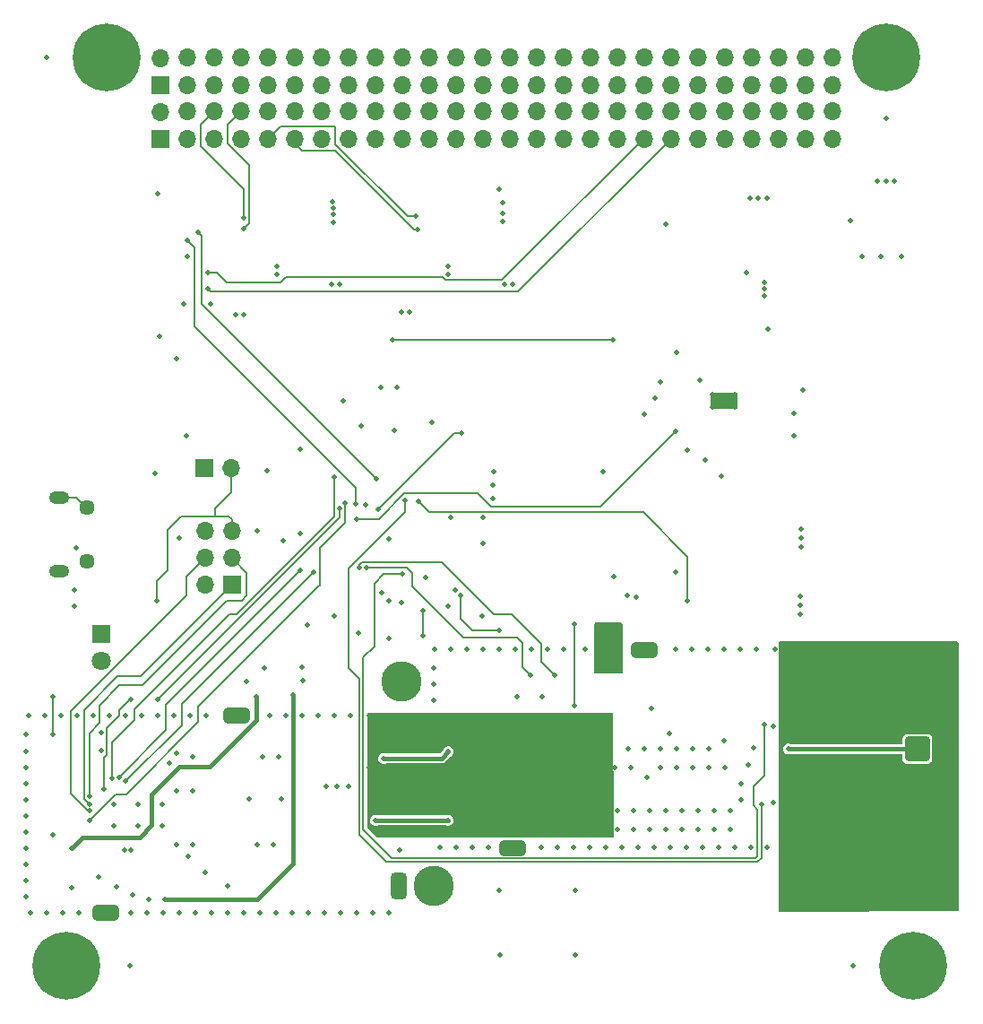
<source format=gbr>
%TF.GenerationSoftware,KiCad,Pcbnew,8.0.2*%
%TF.CreationDate,2024-06-04T21:53:01-04:00*%
%TF.ProjectId,SilverSat_Comms,53696c76-6572-4536-9174-5f436f6d6d73,1.0 Beta*%
%TF.SameCoordinates,Original*%
%TF.FileFunction,Copper,L4,Bot*%
%TF.FilePolarity,Positive*%
%FSLAX46Y46*%
G04 Gerber Fmt 4.6, Leading zero omitted, Abs format (unit mm)*
G04 Created by KiCad (PCBNEW 8.0.2) date 2024-06-04 21:53:01*
%MOMM*%
%LPD*%
G01*
G04 APERTURE LIST*
G04 Aperture macros list*
%AMRoundRect*
0 Rectangle with rounded corners*
0 $1 Rounding radius*
0 $2 $3 $4 $5 $6 $7 $8 $9 X,Y pos of 4 corners*
0 Add a 4 corners polygon primitive as box body*
4,1,4,$2,$3,$4,$5,$6,$7,$8,$9,$2,$3,0*
0 Add four circle primitives for the rounded corners*
1,1,$1+$1,$2,$3*
1,1,$1+$1,$4,$5*
1,1,$1+$1,$6,$7*
1,1,$1+$1,$8,$9*
0 Add four rect primitives between the rounded corners*
20,1,$1+$1,$2,$3,$4,$5,0*
20,1,$1+$1,$4,$5,$6,$7,0*
20,1,$1+$1,$6,$7,$8,$9,0*
20,1,$1+$1,$8,$9,$2,$3,0*%
G04 Aperture macros list end*
%TA.AperFunction,ComponentPad*%
%ADD10R,1.800000X1.800000*%
%TD*%
%TA.AperFunction,ComponentPad*%
%ADD11C,1.800000*%
%TD*%
%TA.AperFunction,ComponentPad*%
%ADD12C,2.600000*%
%TD*%
%TA.AperFunction,ConnectorPad*%
%ADD13C,3.800000*%
%TD*%
%TA.AperFunction,ComponentPad*%
%ADD14C,3.600000*%
%TD*%
%TA.AperFunction,ConnectorPad*%
%ADD15C,6.400000*%
%TD*%
%TA.AperFunction,ComponentPad*%
%ADD16R,1.700000X1.700000*%
%TD*%
%TA.AperFunction,ComponentPad*%
%ADD17O,1.700000X1.700000*%
%TD*%
%TA.AperFunction,HeatsinkPad*%
%ADD18C,0.500000*%
%TD*%
%TA.AperFunction,HeatsinkPad*%
%ADD19R,2.650000X1.650000*%
%TD*%
%TA.AperFunction,ComponentPad*%
%ADD20RoundRect,0.375000X-0.875000X-0.375000X0.875000X-0.375000X0.875000X0.375000X-0.875000X0.375000X0*%
%TD*%
%TA.AperFunction,ComponentPad*%
%ADD21RoundRect,0.375000X0.375000X-0.875000X0.375000X0.875000X-0.375000X0.875000X-0.375000X-0.875000X0*%
%TD*%
%TA.AperFunction,ComponentPad*%
%ADD22RoundRect,0.200100X-0.949900X-0.949900X0.949900X-0.949900X0.949900X0.949900X-0.949900X0.949900X0*%
%TD*%
%TA.AperFunction,ComponentPad*%
%ADD23C,2.500000*%
%TD*%
%TA.AperFunction,ComponentPad*%
%ADD24O,1.900000X1.200000*%
%TD*%
%TA.AperFunction,ComponentPad*%
%ADD25C,1.450000*%
%TD*%
%TA.AperFunction,ViaPad*%
%ADD26C,0.508000*%
%TD*%
%TA.AperFunction,Conductor*%
%ADD27C,0.203200*%
%TD*%
%TA.AperFunction,Conductor*%
%ADD28C,0.412683*%
%TD*%
G04 APERTURE END LIST*
D10*
%TO.P,D1,1,K*%
%TO.N,GND*%
X113823000Y-112796000D03*
D11*
%TO.P,D1,2,A*%
%TO.N,Net-(D1-A)*%
X113823000Y-115336000D03*
%TD*%
D12*
%TO.P,H10,1,1*%
%TO.N,GND*%
X183642000Y-136652000D03*
D13*
X183642000Y-136652000D03*
%TD*%
D14*
%TO.P,H3,1,1*%
%TO.N,Net-(H3-Pad1)*%
X110490000Y-144150000D03*
D15*
X110490000Y-144150000D03*
%TD*%
D14*
%TO.P,H6,1,1*%
%TO.N,Net-(H6-Pad1)*%
X190500000Y-144150000D03*
D15*
X190500000Y-144150000D03*
%TD*%
D16*
%TO.P,H2,1,Pin_1*%
%TO.N,unconnected-(H2-Pin_1-Pad1)*%
X119380000Y-60970008D03*
D17*
%TO.P,H2,2,Pin_2*%
%TO.N,unconnected-(H2-Pin_2-Pad2)*%
X119380000Y-58430008D03*
%TO.P,H2,3,Pin_3*%
%TO.N,/Out1 (EPS)*%
X121920000Y-60970008D03*
%TO.P,H2,4,Pin_4*%
%TO.N,/Out2 (EPS)*%
X121920000Y-58420008D03*
%TO.P,H2,5,Pin_5*%
%TO.N,/Out3 (EPS)*%
X124460000Y-60970008D03*
%TO.P,H2,6,Pin_6*%
%TO.N,/Out4 (EPS)*%
X124460000Y-58420008D03*
%TO.P,H2,7,Pin_7*%
%TO.N,/Out5 (EPS)*%
X127000000Y-60970008D03*
%TO.P,H2,8,Pin_8*%
%TO.N,/Out6 (EPS)*%
X127000000Y-58420008D03*
%TO.P,H2,9,Pin_9*%
%TO.N,/SHUTDOWN_A*%
X129540000Y-60970008D03*
%TO.P,H2,10,Pin_10*%
%TO.N,/STATES_A*%
X129540000Y-58420008D03*
%TO.P,H2,11,Pin_11*%
%TO.N,/SHUTDOWN_B*%
X132080000Y-60970008D03*
%TO.P,H2,12,Pin_12*%
%TO.N,/EPS_0*%
X132080000Y-58420008D03*
%TO.P,H2,13,Pin_13*%
%TO.N,/SHUTDOWN_C*%
X134620000Y-60970008D03*
%TO.P,H2,14,Pin_14*%
%TO.N,/EPS_1*%
X134620000Y-58420008D03*
%TO.P,H2,15,Pin_15*%
%TO.N,GND*%
X137160000Y-60970008D03*
%TO.P,H2,16,Pin_16*%
%TO.N,/PAYLOAD_ON_A*%
X137160000Y-58420008D03*
%TO.P,H2,17,Pin_17*%
%TO.N,/PAYLOAD_OC*%
X139700000Y-60970008D03*
%TO.P,H2,18,Pin_18*%
%TO.N,/PAYLOAD_ON_B*%
X139700000Y-58420008D03*
%TO.P,H2,19,Pin_19*%
%TO.N,unconnected-(H2-Pin_19-Pad19)*%
X142240000Y-60970008D03*
%TO.P,H2,20,Pin_20*%
%TO.N,/PAYLOAD_ON_C*%
X142240000Y-58420008D03*
%TO.P,H2,21,Pin_21*%
%TO.N,unconnected-(H2-Pin_21-Pad21)*%
X144780000Y-60970008D03*
%TO.P,H2,22,Pin_22*%
%TO.N,/STATES_B*%
X144780000Y-58420008D03*
%TO.P,H2,23,Pin_23*%
%TO.N,unconnected-(H2-Pin_23-Pad23)*%
X147320000Y-60970008D03*
%TO.P,H2,24,Pin_24*%
%TO.N,/STATES_C*%
X147320000Y-58420008D03*
%TO.P,H2,25,Pin_25*%
%TO.N,+5V*%
X149860000Y-60970008D03*
%TO.P,H2,26,Pin_26*%
X149860000Y-58420008D03*
%TO.P,H2,27,Pin_27*%
%TO.N,+3V3*%
X152400000Y-60970008D03*
%TO.P,H2,28,Pin_28*%
X152400000Y-58420008D03*
%TO.P,H2,29,Pin_29*%
%TO.N,GND*%
X154940000Y-60970008D03*
%TO.P,H2,30,Pin_30*%
X154940000Y-58420008D03*
%TO.P,H2,31,Pin_31*%
X157480000Y-60970008D03*
%TO.P,H2,32,Pin_32*%
X157480000Y-58420008D03*
%TO.P,H2,33,Pin_33*%
%TO.N,unconnected-(H2-Pin_33-Pad33)*%
X160020000Y-60970008D03*
%TO.P,H2,34,Pin_34*%
%TO.N,unconnected-(H2-Pin_34-Pad34)*%
X160020000Y-58420008D03*
%TO.P,H2,35,Pin_35*%
%TO.N,unconnected-(H2-Pin_35-Pad35)*%
X162560000Y-60970008D03*
%TO.P,H2,36,Pin_36*%
%TO.N,unconnected-(H2-Pin_36-Pad36)*%
X162560000Y-58420008D03*
%TO.P,H2,37,Pin_37*%
%TO.N,unconnected-(H2-Pin_37-Pad37)*%
X165100000Y-60970008D03*
%TO.P,H2,38,Pin_38*%
%TO.N,unconnected-(H2-Pin_38-Pad38)*%
X165100000Y-58420008D03*
%TO.P,H2,39,Pin_39*%
%TO.N,unconnected-(H2-Pin_39-Pad39)*%
X167640000Y-60970008D03*
%TO.P,H2,40,Pin_40*%
%TO.N,unconnected-(H2-Pin_40-Pad40)*%
X167640000Y-58420008D03*
%TO.P,H2,41,Pin_41*%
%TO.N,/BCR_Out*%
X170180000Y-60970008D03*
%TO.P,H2,42,Pin_42*%
X170180000Y-58420008D03*
%TO.P,H2,43,Pin_43*%
X172720000Y-60970008D03*
%TO.P,H2,44,Pin_44*%
X172720000Y-58420008D03*
%TO.P,H2,45,Pin_45*%
%TO.N,/BattRaw*%
X175260000Y-60970008D03*
%TO.P,H2,46,Pin_46*%
X175260000Y-58420008D03*
%TO.P,H2,47,Pin_47*%
%TO.N,unconnected-(H2-Pin_47-Pad47)*%
X177800000Y-60970008D03*
%TO.P,H2,48,Pin_48*%
%TO.N,unconnected-(H2-Pin_48-Pad48)*%
X177800000Y-58420008D03*
%TO.P,H2,49,Pin_49*%
%TO.N,unconnected-(H2-Pin_49-Pad49)*%
X180340000Y-60970008D03*
%TO.P,H2,50,Pin_50*%
%TO.N,unconnected-(H2-Pin_50-Pad50)*%
X180340000Y-58420008D03*
%TO.P,H2,51,Pin_51*%
%TO.N,unconnected-(H2-Pin_51-Pad51)*%
X182880000Y-60970008D03*
%TO.P,H2,52,Pin_52*%
%TO.N,unconnected-(H2-Pin_52-Pad52)*%
X182880000Y-58420008D03*
%TD*%
D12*
%TO.P,H9,1,1*%
%TO.N,GND*%
X142113000Y-117348000D03*
D13*
X142113000Y-117348000D03*
%TD*%
D14*
%TO.P,H4,1,1*%
%TO.N,Net-(H4-Pad1)*%
X114300000Y-58420000D03*
D15*
X114300000Y-58420000D03*
%TD*%
D12*
%TO.P,H8,1,1*%
%TO.N,GND*%
X145161000Y-136652000D03*
D13*
X145161000Y-136652000D03*
%TD*%
D16*
%TO.P,J6,1,Pin_1*%
%TO.N,GND*%
X123485000Y-97125000D03*
D17*
%TO.P,J6,2,Pin_2*%
%TO.N,/~{RESET}*%
X126025000Y-97125000D03*
%TD*%
D16*
%TO.P,J5,1,Pin_1*%
%TO.N,/MISO*%
X126106000Y-108204000D03*
D17*
%TO.P,J5,2,Pin_2*%
%TO.N,/3V3_Protected*%
X123566000Y-108204000D03*
%TO.P,J5,3,Pin_3*%
%TO.N,/SCK*%
X126106000Y-105664000D03*
%TO.P,J5,4,Pin_4*%
%TO.N,/MOSI*%
X123566000Y-105664000D03*
%TO.P,J5,5,Pin_5*%
%TO.N,/~{RESET}*%
X126106000Y-103124000D03*
%TO.P,J5,6,Pin_6*%
%TO.N,GND*%
X123566000Y-103124000D03*
%TD*%
D18*
%TO.P,U6,21,EP*%
%TO.N,GND*%
X171528000Y-91405400D03*
X173678000Y-91405400D03*
D19*
X172603000Y-90830400D03*
D18*
X171528000Y-90255400D03*
X173678000Y-90255400D03*
%TD*%
D12*
%TO.P,H7,1,1*%
%TO.N,GND*%
X183642000Y-117348000D03*
D13*
X183642000Y-117348000D03*
%TD*%
D20*
%TO.P,S3,1,SHIELD*%
%TO.N,GND*%
X152682107Y-133018835D03*
X165082107Y-114318835D03*
D21*
X180382107Y-130418835D03*
%TD*%
D22*
%TO.P,J2,1,In*%
%TO.N,/RF*%
X190881000Y-123698000D03*
D23*
%TO.P,J2,2,Ext*%
%TO.N,GND*%
X188341000Y-121158000D03*
X188341000Y-126238000D03*
X193421000Y-121158000D03*
X193421000Y-126238000D03*
%TD*%
D24*
%TO.P,J1,6,Shield*%
%TO.N,Net-(J1-Shield)*%
X109760500Y-99924990D03*
D25*
X112460500Y-100924990D03*
X112460500Y-105924990D03*
D24*
X109760500Y-106924990D03*
%TD*%
D16*
%TO.P,H1,1,Pin_1*%
%TO.N,unconnected-(H1-Pin_1-Pad1)*%
X119380000Y-66050008D03*
D17*
%TO.P,H1,2,Pin_2*%
%TO.N,unconnected-(H1-Pin_2-Pad2)*%
X119380000Y-63510008D03*
%TO.P,H1,3,Pin_3*%
%TO.N,GND*%
X121920000Y-66050008D03*
%TO.P,H1,4,Pin_4*%
%TO.N,unconnected-(H1-Pin_4-Pad4)*%
X121920000Y-63500008D03*
%TO.P,H1,5,Pin_5*%
%TO.N,/PAYLOAD_RXD+*%
X124460000Y-66050008D03*
%TO.P,H1,6,Pin_6*%
%TO.N,/PAYLOAD_TXD+*%
X124460000Y-63500008D03*
%TO.P,H1,7,Pin_7*%
%TO.N,/PAYLOAD_RXD-*%
X127000000Y-66050008D03*
%TO.P,H1,8,Pin_8*%
%TO.N,/PAYLOAD_TXD-*%
X127000000Y-63500008D03*
%TO.P,H1,9,Pin_9*%
%TO.N,/RADIO_TXD+*%
X129540000Y-66050008D03*
%TO.P,H1,10,Pin_10*%
%TO.N,/RADIO_RXD+*%
X129540000Y-63500008D03*
%TO.P,H1,11,Pin_11*%
%TO.N,/RADIO_TXD-*%
X132080000Y-66050008D03*
%TO.P,H1,12,Pin_12*%
%TO.N,/RADIO_RXD-*%
X132080000Y-63500008D03*
%TO.P,H1,13,Pin_13*%
%TO.N,GND*%
X134620000Y-66050008D03*
%TO.P,H1,14,Pin_14*%
%TO.N,unconnected-(H1-Pin_14-Pad14)*%
X134620000Y-63500008D03*
%TO.P,H1,15,Pin_15*%
%TO.N,unconnected-(H1-Pin_15-Pad15)*%
X137160000Y-66050008D03*
%TO.P,H1,16,Pin_16*%
%TO.N,unconnected-(H1-Pin_16-Pad16)*%
X137160000Y-63500008D03*
%TO.P,H1,17,Pin_17*%
%TO.N,unconnected-(H1-Pin_17-Pad17)*%
X139700000Y-66050008D03*
%TO.P,H1,18,Pin_18*%
%TO.N,unconnected-(H1-Pin_18-Pad18)*%
X139700000Y-63500008D03*
%TO.P,H1,19,Pin_19*%
%TO.N,unconnected-(H1-Pin_19-Pad19)*%
X142240000Y-66050008D03*
%TO.P,H1,20,Pin_20*%
%TO.N,unconnected-(H1-Pin_20-Pad20)*%
X142240000Y-63500008D03*
%TO.P,H1,21,Pin_21*%
%TO.N,unconnected-(H1-Pin_21-Pad21)*%
X144780000Y-66050008D03*
%TO.P,H1,22,Pin_22*%
%TO.N,/RS485_B*%
X144780000Y-63500008D03*
%TO.P,H1,23,Pin_23*%
%TO.N,unconnected-(H1-Pin_23-Pad23)*%
X147320000Y-66050008D03*
%TO.P,H1,24,Pin_24*%
%TO.N,/RS485_A*%
X147320000Y-63500008D03*
%TO.P,H1,25,Pin_25*%
%TO.N,unconnected-(H1-Pin_25-Pad25)*%
X149860000Y-66050008D03*
%TO.P,H1,26,Pin_26*%
%TO.N,unconnected-(H1-Pin_26-Pad26)*%
X149860000Y-63500008D03*
%TO.P,H1,27,Pin_27*%
%TO.N,unconnected-(H1-Pin_27-Pad27)*%
X152400000Y-66050008D03*
%TO.P,H1,28,Pin_28*%
%TO.N,/EPS_RESET*%
X152400000Y-63500008D03*
%TO.P,H1,29,Pin_29*%
%TO.N,unconnected-(H1-Pin_29-Pad29)*%
X154940000Y-66050008D03*
%TO.P,H1,30,Pin_30*%
%TO.N,/V_RTC*%
X154940000Y-63500008D03*
%TO.P,H1,31,Pin_31*%
%TO.N,unconnected-(H1-Pin_31-Pad31)*%
X157480000Y-66050008D03*
%TO.P,H1,32,Pin_32*%
%TO.N,/EPS_5V_USB*%
X157480000Y-63500008D03*
%TO.P,H1,33,Pin_33*%
%TO.N,unconnected-(H1-Pin_33-Pad33)*%
X160020000Y-66050008D03*
%TO.P,H1,34,Pin_34*%
%TO.N,unconnected-(H1-Pin_34-Pad34)*%
X160020000Y-63500008D03*
%TO.P,H1,35,Pin_35*%
%TO.N,unconnected-(H1-Pin_35-Pad35)*%
X162560000Y-66050008D03*
%TO.P,H1,36,Pin_36*%
%TO.N,unconnected-(H1-Pin_36-Pad36)*%
X162560000Y-63500008D03*
%TO.P,H1,37,Pin_37*%
%TO.N,/Radio_SDA*%
X165100000Y-66050008D03*
%TO.P,H1,38,Pin_38*%
%TO.N,GND*%
X165100000Y-63500008D03*
%TO.P,H1,39,Pin_39*%
%TO.N,/Radio_SCLK*%
X167640000Y-66050008D03*
%TO.P,H1,40,Pin_40*%
%TO.N,unconnected-(H1-Pin_40-Pad40)*%
X167640000Y-63500008D03*
%TO.P,H1,41,Pin_41*%
%TO.N,/Power_SDA*%
X170180000Y-66050008D03*
%TO.P,H1,42,Pin_42*%
%TO.N,GND*%
X170180000Y-63500008D03*
%TO.P,H1,43,Pin_43*%
%TO.N,/Power_SCLK*%
X172720000Y-66050008D03*
%TO.P,H1,44,Pin_44*%
%TO.N,unconnected-(H1-Pin_44-Pad44)*%
X172720000Y-63500008D03*
%TO.P,H1,45,Pin_45*%
%TO.N,/PLD_SDA*%
X175260000Y-66050008D03*
%TO.P,H1,46,Pin_46*%
%TO.N,GND*%
X175260000Y-63500008D03*
%TO.P,H1,47,Pin_47*%
%TO.N,/PLD_SCLK*%
X177800000Y-66050008D03*
%TO.P,H1,48,Pin_48*%
%TO.N,/+3V3_LUP*%
X177800000Y-63500008D03*
%TO.P,H1,49,Pin_49*%
%TO.N,unconnected-(H1-Pin_49-Pad49)*%
X180340000Y-66050008D03*
%TO.P,H1,50,Pin_50*%
%TO.N,GND*%
X180340000Y-63500008D03*
%TO.P,H1,51,Pin_51*%
%TO.N,/+5V_LUP*%
X182880000Y-66050008D03*
%TO.P,H1,52,Pin_52*%
%TO.N,unconnected-(H1-Pin_52-Pad52)*%
X182880000Y-63500008D03*
%TD*%
D20*
%TO.P,S1,1,SHIELD*%
%TO.N,GND*%
X114180000Y-139192000D03*
X126580000Y-120492000D03*
D21*
X141880000Y-136592000D03*
%TD*%
D14*
%TO.P,H5,1,1*%
%TO.N,Net-(H5-Pad1)*%
X187960000Y-58420000D03*
D15*
X187960000Y-58420000D03*
%TD*%
D26*
%TO.N,GND*%
X151440000Y-143150000D03*
X158540000Y-143150000D03*
X158590000Y-137000000D03*
X151415000Y-137050000D03*
X170307000Y-88900000D03*
X106934000Y-120523000D03*
X179810000Y-109265000D03*
X163449000Y-109220000D03*
X157734000Y-125476000D03*
X156464000Y-131318000D03*
X127254000Y-82664000D03*
X127254000Y-139192000D03*
X168656000Y-129540000D03*
X143510000Y-125476000D03*
X155416098Y-118715829D03*
X176670000Y-71665000D03*
X110109000Y-139192000D03*
X111506000Y-120523000D03*
X157480000Y-114300000D03*
X121158000Y-139192000D03*
X165989000Y-132969000D03*
X168656000Y-131318000D03*
X140208000Y-127254000D03*
X141986000Y-129540000D03*
X184912000Y-124460000D03*
X149733000Y-111125000D03*
X140243189Y-108934818D03*
X169037000Y-132969000D03*
X180467000Y-117475000D03*
X146812000Y-114300000D03*
X176403000Y-80899000D03*
X149352000Y-125476000D03*
X133223000Y-112014000D03*
X148844000Y-131318000D03*
X143510000Y-131318000D03*
X106680000Y-130048000D03*
X150749000Y-100076000D03*
X157734000Y-123698000D03*
X151892000Y-129540000D03*
X116078000Y-120523000D03*
X130810000Y-128397000D03*
X172593000Y-114300000D03*
X123565179Y-135380971D03*
X181864000Y-124460000D03*
X123698000Y-120523000D03*
X162560000Y-129540000D03*
X121965000Y-133850000D03*
X113817900Y-122174000D03*
X156464000Y-129540000D03*
X116586000Y-139192000D03*
X184785000Y-144145000D03*
X183388000Y-124460000D03*
X180467000Y-114427000D03*
X150368000Y-129540000D03*
X178181000Y-132969000D03*
X131826000Y-139192000D03*
X121920000Y-77216000D03*
X126492000Y-82664000D03*
X159893000Y-132969000D03*
X170180000Y-129540000D03*
X141986000Y-131318000D03*
X140462000Y-131318000D03*
X148336000Y-114300000D03*
X155311221Y-125603000D03*
X181864000Y-122936000D03*
X143510000Y-129540000D03*
X179705000Y-132969000D03*
X146960000Y-128021000D03*
X142177771Y-82423000D03*
X140462000Y-123698000D03*
X113560000Y-135775000D03*
X140208000Y-89535000D03*
X120898179Y-132713971D03*
X179810000Y-110975000D03*
X141732000Y-89535000D03*
X129667000Y-120523000D03*
X174117000Y-114300000D03*
X165608000Y-129540000D03*
X176784000Y-84074000D03*
X114935000Y-128905000D03*
X129026179Y-124458971D03*
X174244000Y-127000000D03*
X118110000Y-139192000D03*
X111240200Y-108712000D03*
X132588000Y-103378000D03*
X174244000Y-128524000D03*
X186436000Y-122936000D03*
X113817900Y-123818942D03*
X151362471Y-70811629D03*
X185674000Y-77216000D03*
X135699500Y-73215500D03*
X141986000Y-120523000D03*
X169545000Y-114300000D03*
X106680000Y-125476000D03*
X159512000Y-131318000D03*
X141986000Y-133223000D03*
X156718000Y-122525000D03*
X162560000Y-131318000D03*
X114577397Y-120546397D03*
X173609000Y-132969000D03*
X127500000Y-117275000D03*
X156845000Y-132969000D03*
X179920000Y-102905000D03*
X140208000Y-128778000D03*
X167513000Y-132969000D03*
X120650000Y-120523000D03*
X121793000Y-94107000D03*
X122422179Y-132713971D03*
X147955000Y-127508000D03*
X168148000Y-125476000D03*
X106680000Y-137668000D03*
X165608000Y-131318000D03*
X170180000Y-131318000D03*
X149352000Y-123698000D03*
X151711971Y-73097629D03*
X145161000Y-116078000D03*
X147828000Y-123698000D03*
X139319000Y-129540000D03*
X140970000Y-139192000D03*
X135699500Y-72644000D03*
X119501179Y-128903971D03*
X122422179Y-127633971D03*
X139319000Y-128016000D03*
X106680000Y-122301000D03*
X153416000Y-129540000D03*
X125724179Y-136650971D03*
X138760000Y-100600000D03*
X153416000Y-131318000D03*
X106680000Y-133096000D03*
X159258000Y-123698000D03*
X119507000Y-130937000D03*
X175860000Y-71675000D03*
X179234800Y-91973400D03*
X111379000Y-104725000D03*
X180467000Y-118999000D03*
X114935000Y-130937000D03*
X143510000Y-123698000D03*
X179920000Y-103765000D03*
X167132000Y-131318000D03*
X141478000Y-93599000D03*
X153910000Y-123225000D03*
X162179000Y-107442000D03*
X175133000Y-132969000D03*
X152908000Y-114300000D03*
X164338000Y-109347000D03*
X153910000Y-122525000D03*
X151892000Y-131318000D03*
X168148000Y-86233000D03*
X172593000Y-122936000D03*
X159512000Y-114300000D03*
X153035000Y-118715829D03*
X164465000Y-132969000D03*
X118872000Y-97663000D03*
X137922000Y-139192000D03*
X169672000Y-125476000D03*
X145161000Y-120650000D03*
X140589000Y-120523000D03*
X134874000Y-139192000D03*
X173228000Y-131318000D03*
X164084000Y-131318000D03*
X168148000Y-123698000D03*
X147320000Y-131318000D03*
X163576000Y-123698000D03*
X157988000Y-131318000D03*
X145034000Y-129540000D03*
X161417000Y-132969000D03*
X127762000Y-128397000D03*
X106680000Y-134620000D03*
X130042179Y-132713971D03*
X189357000Y-77216000D03*
X145796000Y-132969000D03*
X121183900Y-103759000D03*
X133350000Y-139192000D03*
X138303000Y-93218000D03*
X119126000Y-120523000D03*
X151711971Y-73859629D03*
X167132000Y-129540000D03*
X118260000Y-137875000D03*
X124206000Y-139192000D03*
X169672000Y-123698000D03*
X117602000Y-120523000D03*
X163830000Y-125476000D03*
X122174000Y-120523000D03*
X164084000Y-129540000D03*
X158369000Y-132969000D03*
X141986000Y-122301000D03*
X151384000Y-114300000D03*
X150368000Y-131318000D03*
X176403000Y-79629000D03*
X125730000Y-139192000D03*
X141986000Y-127635000D03*
X130550179Y-124458971D03*
X166624000Y-123698000D03*
X145161000Y-119126000D03*
X137160000Y-127254000D03*
X155956000Y-114300000D03*
X180467000Y-125095000D03*
X149860000Y-114300000D03*
X142141030Y-109855000D03*
X156718000Y-121825000D03*
X145034000Y-92837000D03*
X165100000Y-123698000D03*
X128524000Y-103124000D03*
X119634000Y-139192000D03*
X159512000Y-129540000D03*
X172720000Y-125476000D03*
X173228000Y-129540000D03*
X120210000Y-124975000D03*
X152400000Y-123698000D03*
X175060000Y-71685000D03*
X180467000Y-115951000D03*
X150749000Y-98806000D03*
X180111400Y-89763600D03*
X130302000Y-139192000D03*
X117221000Y-130937000D03*
X154432000Y-114300000D03*
X120904000Y-124084000D03*
X141986000Y-125476000D03*
X149860000Y-101854000D03*
X128518179Y-132713971D03*
X171069000Y-114300000D03*
X141986000Y-123698000D03*
X145034000Y-123698000D03*
X107061000Y-139192000D03*
X180467000Y-120523000D03*
X136398000Y-139192000D03*
X151915371Y-79771729D03*
X154940000Y-129540000D03*
X139065000Y-125476000D03*
X139065000Y-120523000D03*
X119253000Y-84709000D03*
X132715000Y-120523000D03*
X167498679Y-122232400D03*
X128778000Y-139192000D03*
X108585000Y-58420000D03*
X170561000Y-132969000D03*
X179810000Y-110105000D03*
X108585000Y-139192000D03*
X147193000Y-108712000D03*
X145288000Y-114300000D03*
X165735000Y-119888000D03*
X139446000Y-139192000D03*
X166624000Y-125476000D03*
X150876000Y-123698000D03*
X117221000Y-128905000D03*
X122682000Y-139192000D03*
X177419000Y-114300000D03*
X106680000Y-128524000D03*
X168021000Y-114300000D03*
X147320000Y-129540000D03*
X172085000Y-132969000D03*
X120898179Y-127633971D03*
X179920000Y-104635000D03*
X157988000Y-129540000D03*
X142939771Y-82423000D03*
X179237800Y-94107000D03*
X187960000Y-64135000D03*
X145161000Y-122174000D03*
X159258000Y-125476000D03*
X116710000Y-137425000D03*
X166624000Y-89027000D03*
X110998000Y-136779000D03*
X149860000Y-104267000D03*
X140955000Y-113278629D03*
X120904000Y-86868000D03*
X132840000Y-117215000D03*
X174752000Y-78740000D03*
X119126000Y-71247000D03*
X162306000Y-125476000D03*
X162941000Y-132969000D03*
X148844000Y-132969000D03*
X116459000Y-144145000D03*
X154940000Y-131318000D03*
X160782000Y-125476000D03*
X178943000Y-114300000D03*
X135573000Y-79802000D03*
X184531000Y-73787000D03*
X171704000Y-131318000D03*
X109214179Y-131824971D03*
X135763000Y-120523000D03*
X137287000Y-120523000D03*
X106680000Y-123952000D03*
X165100000Y-92075000D03*
X186436000Y-124460000D03*
X113030000Y-120523000D03*
X184912000Y-122936000D03*
X122422179Y-124458971D03*
X171704000Y-129540000D03*
X152677371Y-79771729D03*
X180467000Y-128143000D03*
X108458000Y-120523000D03*
X156710000Y-123225000D03*
X106680000Y-131572000D03*
X155321000Y-132969000D03*
X150368000Y-132969000D03*
X148844000Y-129540000D03*
X135001000Y-127254000D03*
X135699500Y-73977500D03*
X175641000Y-114300000D03*
X145034000Y-131318000D03*
X135636000Y-72009000D03*
X145034000Y-125476000D03*
X147320000Y-132969000D03*
X151711971Y-72081629D03*
X145161000Y-127508000D03*
X116560000Y-133225000D03*
X136335000Y-79802000D03*
X131191000Y-120523000D03*
X111633000Y-139192000D03*
X167132000Y-74168000D03*
X177292000Y-128778000D03*
X115210000Y-136675000D03*
X145161000Y-117602000D03*
X175387000Y-123571000D03*
X136017000Y-127254000D03*
X111240200Y-110236000D03*
X168021000Y-106997500D03*
X109982000Y-120523000D03*
X187452000Y-77216000D03*
X153910000Y-121825000D03*
X180467000Y-126619000D03*
X161036000Y-131318000D03*
X140462000Y-125476000D03*
X171196000Y-125476000D03*
X176657000Y-132969000D03*
X183388000Y-122936000D03*
X152400000Y-125476000D03*
X115960000Y-133225000D03*
X176403000Y-80264000D03*
X180467000Y-122047000D03*
X166129000Y-90551000D03*
X174879000Y-125222000D03*
X106680000Y-136144000D03*
X150876000Y-125476000D03*
X140970000Y-103886000D03*
X132588000Y-95377000D03*
X165354000Y-126365000D03*
X161036000Y-129540000D03*
X171196000Y-123698000D03*
X172339000Y-97917000D03*
X177292000Y-121539000D03*
X134239000Y-120523000D03*
X106680000Y-127000000D03*
%TO.N,/PWRAMP*%
X109220000Y-118745000D03*
X109220000Y-122301000D03*
%TO.N,Net-(X1-VDD)*%
X131900000Y-118605000D03*
X119760000Y-137875000D03*
%TO.N,Net-(U3-VDD_IO)*%
X110998000Y-133096000D03*
X128460000Y-118745000D03*
%TO.N,/MISO*%
X112643179Y-128903971D03*
%TO.N,/SCK*%
X112643179Y-128143000D03*
%TO.N,/MOSI*%
X112649000Y-129540000D03*
%TO.N,/SAMD21/TXLED*%
X144145000Y-110617000D03*
X144145000Y-113030000D03*
%TO.N,/~{RESET}*%
X147701000Y-109220000D03*
X118999000Y-109728000D03*
X151384000Y-112522000D03*
%TO.N,/Release_B*%
X139774371Y-98171000D03*
X122936000Y-74930000D03*
%TO.N,/IRQ*%
X112643179Y-130427971D03*
X136779000Y-100457000D03*
%TO.N,/~{SEL}*%
X119126000Y-118999000D03*
X116589544Y-119002544D03*
X136271000Y-100965000D03*
X114046000Y-127508000D03*
%TO.N,/SYSCLK*%
X114808000Y-126492000D03*
X135763000Y-98044000D03*
%TO.N,/OC5V*%
X137922000Y-101981000D03*
X168021000Y-93726000D03*
%TO.N,/SDA*%
X156591000Y-116713000D03*
X138176000Y-106553000D03*
%TO.N,/SCL*%
X154305000Y-116713000D03*
X138811000Y-106553000D03*
%TO.N,/TX{slash}~{RX}*%
X142240000Y-107188000D03*
X176403000Y-121412000D03*
%TO.N,/PA*%
X140462000Y-124587000D03*
X146558000Y-123952000D03*
%TO.N,/3V3_Protected*%
X146812000Y-101854000D03*
X136652000Y-90805000D03*
X146558000Y-78105000D03*
X170815000Y-96393000D03*
X144404035Y-107518677D03*
X187071000Y-70104000D03*
X150876000Y-97536000D03*
X146558000Y-78867000D03*
X135763000Y-111125000D03*
X169164000Y-95504000D03*
X132720000Y-115955000D03*
X188722000Y-70104000D03*
X146558000Y-110236000D03*
X140970000Y-109728000D03*
X161163000Y-97536000D03*
X158496000Y-111909000D03*
X158496000Y-119634000D03*
X138049000Y-112776000D03*
X129200000Y-116005000D03*
X187960000Y-70104000D03*
X130937000Y-104013000D03*
X130384114Y-78911885D03*
X130384114Y-78149885D03*
X129413000Y-97409000D03*
%TO.N,+5V*%
X124079000Y-81661000D03*
X121539000Y-81661000D03*
%TO.N,/PAYLOAD_TXD+*%
X127254000Y-73533000D03*
%TO.N,/PAYLOAD_TXD-*%
X127254000Y-74549000D03*
%TO.N,/TXD1*%
X147851397Y-93876397D03*
X139954000Y-101092000D03*
%TO.N,/RADIO_TXD+*%
X143510000Y-73406000D03*
%TO.N,/Release_A*%
X121920000Y-75692000D03*
X137795000Y-100584000D03*
%TO.N,/DCLK*%
X132588000Y-106807000D03*
X115443000Y-126365000D03*
%TO.N,/DATA*%
X116072179Y-126744971D03*
X133858000Y-106970852D03*
%TO.N,/RF*%
X178689000Y-123698000D03*
%TO.N,/~{TX}{slash}RX*%
X142494000Y-100203000D03*
X176149000Y-128905000D03*
%TO.N,/RX*%
X139700000Y-130429000D03*
X146558000Y-130429000D03*
%TO.N,/5V_Current*%
X162102800Y-85039200D03*
X141303374Y-85086826D03*
%TO.N,/PAENABLE*%
X169164000Y-109664500D03*
X143764000Y-100330000D03*
%TO.N,/PAPowerSwitch/Vout*%
X161721800Y-112369600D03*
X161721800Y-116078000D03*
X160858200Y-112369600D03*
X160858200Y-116078000D03*
X162585400Y-116078000D03*
X162585400Y-112369600D03*
%TO.N,/Radio_SDA*%
X123825000Y-78740000D03*
%TO.N,/Radio_SCLK*%
X123825000Y-80264000D03*
%TO.N,/RADIO_TXD-*%
X143637000Y-74676000D03*
%TD*%
D27*
%TO.N,Net-(J1-Shield)*%
X111440000Y-99950000D02*
X112440000Y-100950000D01*
X109740000Y-99950000D02*
X111440000Y-99950000D01*
%TO.N,/PWRAMP*%
X109220000Y-122301000D02*
X109220000Y-118745000D01*
D28*
%TO.N,Net-(X1-VDD)*%
X131900000Y-134515000D02*
X128540000Y-137875000D01*
X128540000Y-137875000D02*
X119760000Y-137875000D01*
X131900000Y-118605000D02*
X131900000Y-134515000D01*
%TO.N,Net-(U3-VDD_IO)*%
X110998000Y-133096000D02*
X110998000Y-133087000D01*
X112030000Y-132055000D02*
X117380000Y-132055000D01*
X110998000Y-133087000D02*
X112030000Y-132055000D01*
X118550000Y-127945000D02*
X121105000Y-125390000D01*
X118550000Y-130885000D02*
X118550000Y-127945000D01*
X117380000Y-132055000D02*
X118550000Y-130885000D01*
X128460000Y-120935000D02*
X128460000Y-118745000D01*
X124005000Y-125390000D02*
X128460000Y-120935000D01*
X121105000Y-125390000D02*
X124005000Y-125390000D01*
D27*
%TO.N,/MISO*%
X112141000Y-120015000D02*
X112141000Y-128401792D01*
X117475000Y-116840000D02*
X115316000Y-116840000D01*
X112643179Y-128903971D02*
X112643179Y-128899179D01*
X112643179Y-128899179D02*
X112268000Y-128524000D01*
X126106000Y-108209000D02*
X117475000Y-116840000D01*
X115316000Y-116840000D02*
X112141000Y-120015000D01*
X112141000Y-128401792D02*
X112643179Y-128903971D01*
X126106000Y-108204000D02*
X126106000Y-108209000D01*
X112268000Y-128524000D02*
X112140579Y-128396579D01*
%TO.N,/SCK*%
X113601500Y-119570500D02*
X115506501Y-117665499D01*
X117665501Y-117665499D02*
X125672390Y-109658610D01*
X127069390Y-109658610D02*
X127508000Y-109220000D01*
X125672390Y-109658610D02*
X127069390Y-109658610D01*
X113601500Y-121221500D02*
X113601500Y-119570500D01*
X115506501Y-117665499D02*
X117665501Y-117665499D01*
X127508000Y-109220000D02*
X127508000Y-107066000D01*
X127508000Y-107066000D02*
X126106000Y-105664000D01*
X112643179Y-122179821D02*
X113601500Y-121221500D01*
X112643179Y-128143000D02*
X112643179Y-122179821D01*
%TO.N,/MOSI*%
X110871000Y-127889000D02*
X110871000Y-120142000D01*
X121793000Y-107437000D02*
X123566000Y-105664000D01*
X110871000Y-120142000D02*
X121793000Y-109220000D01*
X112649000Y-129540000D02*
X112522000Y-129540000D01*
X121793000Y-109220000D02*
X121793000Y-107437000D01*
X112522000Y-129540000D02*
X110871000Y-127889000D01*
%TO.N,/SAMD21/TXLED*%
X144145000Y-110617000D02*
X144145000Y-113030000D01*
%TO.N,/~{RESET}*%
X120015000Y-106807000D02*
X120015000Y-102997000D01*
X124512000Y-101727000D02*
X125829000Y-101727000D01*
X147701000Y-111379000D02*
X148844000Y-112522000D01*
X120015000Y-102997000D02*
X121285000Y-101727000D01*
X124512000Y-101000000D02*
X126025000Y-99487000D01*
X121285000Y-101727000D02*
X124512000Y-101727000D01*
X126106000Y-102004000D02*
X126106000Y-103124000D01*
X147701000Y-109220000D02*
X147701000Y-111379000D01*
X118999000Y-109728000D02*
X118999000Y-107823000D01*
X118999000Y-107823000D02*
X120015000Y-106807000D01*
X148844000Y-112522000D02*
X151384000Y-112522000D01*
X125829000Y-101727000D02*
X126106000Y-102004000D01*
X124512000Y-101727000D02*
X124512000Y-101000000D01*
X126025000Y-99487000D02*
X126025000Y-97125000D01*
%TO.N,/Release_B*%
X123266200Y-75260200D02*
X122936000Y-74930000D01*
X123266200Y-81662829D02*
X123266200Y-75260200D01*
X139774371Y-98171000D02*
X123266200Y-81662829D01*
%TO.N,/IRQ*%
X122935000Y-121150000D02*
X122935000Y-119675000D01*
X134405000Y-104680000D02*
X136779000Y-102306000D01*
X134405000Y-108220000D02*
X134405000Y-104680000D01*
X115098650Y-127972500D02*
X116112500Y-127972500D01*
X112643179Y-130427971D02*
X115098650Y-127972500D01*
X116112500Y-127972500D02*
X122935000Y-121150000D01*
X134390000Y-108220000D02*
X134405000Y-108220000D01*
X136779000Y-102306000D02*
X136779000Y-100457000D01*
X122935000Y-119675000D02*
X134390000Y-108220000D01*
%TO.N,/~{SEL}*%
X116455456Y-119002544D02*
X115443000Y-120015000D01*
X136271000Y-101854000D02*
X136271000Y-100965000D01*
X114046000Y-124480303D02*
X114300000Y-124226303D01*
X114300000Y-124226303D02*
X114300000Y-121694992D01*
X115443000Y-120551992D02*
X115443000Y-120015000D01*
X116589544Y-119002544D02*
X116455456Y-119002544D01*
X119126000Y-118999000D02*
X136271000Y-101854000D01*
X114046000Y-127508000D02*
X114046000Y-124480303D01*
X114300000Y-121694992D02*
X115443000Y-120551992D01*
%TO.N,/SYSCLK*%
X114808000Y-123063000D02*
X116892252Y-120978748D01*
X125909252Y-110923252D02*
X126566748Y-110923252D01*
X116892252Y-119940252D02*
X125909252Y-110923252D01*
X114808000Y-126492000D02*
X114808000Y-123063000D01*
X116892252Y-120978748D02*
X116892252Y-119940252D01*
X135763000Y-101727000D02*
X135763000Y-98044000D01*
X126566748Y-110923252D02*
X135763000Y-101727000D01*
%TO.N,/OC5V*%
X140005216Y-101981000D02*
X142418216Y-99568000D01*
X142418216Y-99568000D02*
X149352000Y-99568000D01*
X150622000Y-100838000D02*
X160909000Y-100838000D01*
X160909000Y-100838000D02*
X168021000Y-93726000D01*
X137922000Y-101981000D02*
X140005216Y-101981000D01*
X149352000Y-99568000D02*
X150622000Y-100838000D01*
%TO.N,/SDA*%
X145923000Y-106045000D02*
X150876000Y-110998000D01*
X155321000Y-113792000D02*
X152527000Y-110998000D01*
X138430000Y-106045000D02*
X145923000Y-106045000D01*
X152527000Y-110998000D02*
X150876000Y-110998000D01*
X138176000Y-106553000D02*
X138176000Y-106299000D01*
X138176000Y-106299000D02*
X138430000Y-106045000D01*
X155321000Y-115443000D02*
X155321000Y-113792000D01*
X155321000Y-115443000D02*
X156591000Y-116713000D01*
%TO.N,/SCL*%
X138811000Y-106553000D02*
X142621000Y-106553000D01*
X153543000Y-113665000D02*
X153543000Y-115951000D01*
X143129000Y-107061000D02*
X143129000Y-108331000D01*
X143129000Y-108331000D02*
X147955000Y-113157000D01*
X153035000Y-113157000D02*
X153543000Y-113665000D01*
X153543000Y-115951000D02*
X154305000Y-116713000D01*
X147955000Y-113157000D02*
X153035000Y-113157000D01*
X142621000Y-106553000D02*
X143129000Y-107061000D01*
%TO.N,/TX{slash}~{RX}*%
X176403000Y-121412000D02*
X176403000Y-126238000D01*
X138531600Y-115036600D02*
X139585700Y-113982500D01*
X145034000Y-133985000D02*
X141249400Y-133985000D01*
X139585700Y-108089700D02*
X140487400Y-107188000D01*
X139585700Y-113982500D02*
X139585700Y-108089700D01*
X175768000Y-133858000D02*
X175628571Y-133997429D01*
X175768000Y-129413000D02*
X175768000Y-133858000D01*
X176403000Y-126238000D02*
X175387000Y-127254000D01*
X138531600Y-131267200D02*
X138531600Y-115036600D01*
X175387000Y-127254000D02*
X175387000Y-129032000D01*
X140487400Y-107188000D02*
X142240000Y-107188000D01*
X141249400Y-133985000D02*
X138531600Y-131267200D01*
X175628571Y-133997429D02*
X145046429Y-133997429D01*
X175387000Y-129032000D02*
X175768000Y-129413000D01*
X145046429Y-133997429D02*
X145034000Y-133985000D01*
D28*
%TO.N,/PA*%
X145923000Y-124587000D02*
X146558000Y-123952000D01*
X145923000Y-124587000D02*
X140462000Y-124587000D01*
D27*
%TO.N,/3V3_Protected*%
X158496000Y-119634000D02*
X158496000Y-111909000D01*
%TO.N,/PAYLOAD_TXD+*%
X123190000Y-66802000D02*
X123190000Y-64770000D01*
X127254000Y-73660000D02*
X127254000Y-70866000D01*
X127254000Y-70866000D02*
X123190000Y-66802000D01*
X123190000Y-64770000D02*
X124460000Y-63500000D01*
%TO.N,/PAYLOAD_TXD-*%
X127254000Y-74549000D02*
X127756600Y-74046400D01*
X125730000Y-64770000D02*
X125730000Y-66548000D01*
X127000000Y-63500000D02*
X125730000Y-64770000D01*
X127756600Y-74046400D02*
X127756600Y-68574600D01*
X127756600Y-68574600D02*
X125730000Y-66548000D01*
%TO.N,/TXD1*%
X139954000Y-101092000D02*
X147169603Y-93876397D01*
X147169603Y-93876397D02*
X147851397Y-93876397D01*
%TO.N,/RADIO_TXD+*%
X143510000Y-73406000D02*
X142714168Y-73406000D01*
X130693000Y-64897000D02*
X129540000Y-66050000D01*
X135890000Y-66581832D02*
X135890000Y-64897000D01*
X142714168Y-73406000D02*
X135890000Y-66581832D01*
X135890000Y-64897000D02*
X130693000Y-64897000D01*
%TO.N,/Release_A*%
X137795000Y-99060000D02*
X122555000Y-83820000D01*
X137795000Y-100584000D02*
X137795000Y-99060000D01*
X122555000Y-76327000D02*
X121920000Y-75692000D01*
X122555000Y-83820000D02*
X122555000Y-76327000D01*
%TO.N,/DCLK*%
X132588000Y-106807000D02*
X132578000Y-106807000D01*
X119888000Y-119497000D02*
X119888000Y-121920000D01*
X132578000Y-106807000D02*
X119888000Y-119497000D01*
X119888000Y-121920000D02*
X115443000Y-126365000D01*
%TO.N,/DATA*%
X121385000Y-121425000D02*
X116072179Y-126737821D01*
X121385000Y-119450000D02*
X121385000Y-121425000D01*
X133858000Y-106970852D02*
X131872500Y-108956352D01*
X131872500Y-108956352D02*
X131872500Y-108962500D01*
X116072179Y-126737821D02*
X116072179Y-126744971D01*
X131872500Y-108962500D02*
X121385000Y-119450000D01*
D28*
%TO.N,/RF*%
X178689000Y-123698000D02*
X190881000Y-123698000D01*
D27*
%TO.N,/~{TX}{slash}RX*%
X138124201Y-117018799D02*
X138124201Y-131748801D01*
X176149000Y-133985000D02*
X176149000Y-128905000D01*
X175768000Y-134366000D02*
X176149000Y-133985000D01*
X140741400Y-134366000D02*
X175768000Y-134366000D01*
X137160000Y-106680000D02*
X137160000Y-116054598D01*
X142494000Y-100203000D02*
X142494000Y-101346000D01*
X138124201Y-131748801D02*
X140741400Y-134366000D01*
X142494000Y-101346000D02*
X137160000Y-106680000D01*
X137160000Y-116054598D02*
X138124201Y-117018799D01*
D28*
%TO.N,/RX*%
X139700000Y-130429000D02*
X146558000Y-130429000D01*
D27*
%TO.N,/5V_Current*%
X141303374Y-85086826D02*
X162055174Y-85086826D01*
X162055174Y-85086826D02*
X162102800Y-85039200D01*
%TO.N,/PAENABLE*%
X143764000Y-100330000D02*
X144780000Y-101346000D01*
X164973000Y-101346000D02*
X169164000Y-105537000D01*
X169164000Y-105537000D02*
X169164000Y-109664500D01*
X144780000Y-101346000D02*
X164973000Y-101346000D01*
%TO.N,/Radio_SDA*%
X124714000Y-78740000D02*
X125603000Y-79629000D01*
X146278600Y-79349600D02*
X151663400Y-79349600D01*
X164962992Y-66050008D02*
X165100000Y-66050008D01*
X131191000Y-79121000D02*
X146050000Y-79121000D01*
X146050000Y-79121000D02*
X146278600Y-79349600D01*
X123825000Y-78740000D02*
X124714000Y-78740000D01*
X125603000Y-79629000D02*
X130683000Y-79629000D01*
X151663400Y-79349600D02*
X164962992Y-66050008D01*
X130683000Y-79629000D02*
X131191000Y-79121000D01*
%TO.N,/Radio_SCLK*%
X124079000Y-80518000D02*
X153172008Y-80518000D01*
X153172008Y-80518000D02*
X167640000Y-66050008D01*
X123825000Y-80264000D02*
X124079000Y-80518000D01*
%TO.N,/RADIO_TXD-*%
X132715000Y-67183000D02*
X132080000Y-66548000D01*
X143347771Y-74676000D02*
X135854771Y-67183000D01*
X135854771Y-67183000D02*
X132715000Y-67183000D01*
X143637000Y-74676000D02*
X143347771Y-74676000D01*
X132080000Y-66548000D02*
X132080000Y-66050000D01*
%TD*%
%TA.AperFunction,Conductor*%
%TO.N,GND*%
G36*
X162053325Y-120294291D02*
G01*
X162112436Y-120313568D01*
X162148926Y-120363908D01*
X162153816Y-120394674D01*
X162176874Y-131093765D01*
X162178783Y-131979183D01*
X162159697Y-132038356D01*
X162109476Y-132075009D01*
X162078183Y-132080000D01*
X153866890Y-132080000D01*
X153815679Y-132065990D01*
X153808896Y-132061978D01*
X153656284Y-132017641D01*
X153620632Y-132014835D01*
X152796407Y-132014835D01*
X152796407Y-132080000D01*
X152567807Y-132080000D01*
X152567807Y-132014835D01*
X151743605Y-132014835D01*
X151743576Y-132014837D01*
X151707930Y-132017641D01*
X151555317Y-132061978D01*
X151548535Y-132065990D01*
X151497324Y-132080000D01*
X139889672Y-132080000D01*
X139830541Y-132060787D01*
X139818537Y-132050535D01*
X138917165Y-131149163D01*
X138888939Y-131093765D01*
X138887700Y-131078028D01*
X138887700Y-130429000D01*
X139186271Y-130429000D01*
X139207080Y-130573733D01*
X139267822Y-130706740D01*
X139267823Y-130706741D01*
X139267824Y-130706743D01*
X139363579Y-130817250D01*
X139486589Y-130896304D01*
X139626889Y-130937500D01*
X139773111Y-130937500D01*
X139895039Y-130901698D01*
X139920315Y-130894277D01*
X139920840Y-130896067D01*
X139949447Y-130889841D01*
X146308553Y-130889841D01*
X146337159Y-130896067D01*
X146337685Y-130894277D01*
X146371083Y-130904083D01*
X146484889Y-130937500D01*
X146631111Y-130937500D01*
X146771411Y-130896304D01*
X146894421Y-130817250D01*
X146990176Y-130706743D01*
X147050919Y-130573734D01*
X147071729Y-130429000D01*
X147050919Y-130284266D01*
X146990176Y-130151257D01*
X146894421Y-130040750D01*
X146781468Y-129968159D01*
X146771410Y-129961695D01*
X146631111Y-129920500D01*
X146484889Y-129920500D01*
X146337685Y-129963723D01*
X146337159Y-129961932D01*
X146308553Y-129968159D01*
X139949447Y-129968159D01*
X139920840Y-129961932D01*
X139920315Y-129963723D01*
X139773111Y-129920500D01*
X139626889Y-129920500D01*
X139486590Y-129961695D01*
X139486589Y-129961695D01*
X139363577Y-130040751D01*
X139267822Y-130151259D01*
X139207080Y-130284266D01*
X139186271Y-130429000D01*
X138887700Y-130429000D01*
X138887700Y-124587000D01*
X139948271Y-124587000D01*
X139969080Y-124731733D01*
X140029822Y-124864740D01*
X140029823Y-124864741D01*
X140029824Y-124864743D01*
X140125579Y-124975250D01*
X140248589Y-125054304D01*
X140388889Y-125095500D01*
X140535111Y-125095500D01*
X140657039Y-125059698D01*
X140682315Y-125052277D01*
X140682840Y-125054067D01*
X140711447Y-125047841D01*
X145983669Y-125047841D01*
X145983671Y-125047841D01*
X145983673Y-125047840D01*
X145983676Y-125047840D01*
X146100874Y-125016437D01*
X146100873Y-125016437D01*
X146100878Y-125016436D01*
X146205963Y-124955765D01*
X146712218Y-124449508D01*
X146755012Y-124424119D01*
X146758012Y-124423237D01*
X146771411Y-124419304D01*
X146894421Y-124340250D01*
X146990176Y-124229743D01*
X147050919Y-124096734D01*
X147071729Y-123952000D01*
X147050919Y-123807266D01*
X146990176Y-123674257D01*
X146894421Y-123563750D01*
X146832916Y-123524223D01*
X146771410Y-123484695D01*
X146631111Y-123443500D01*
X146484889Y-123443500D01*
X146344590Y-123484695D01*
X146344589Y-123484695D01*
X146221577Y-123563751D01*
X146125821Y-123674261D01*
X146084449Y-123764851D01*
X146064076Y-123794194D01*
X145761578Y-124096694D01*
X145706181Y-124124920D01*
X145690443Y-124126159D01*
X140711447Y-124126159D01*
X140682840Y-124119932D01*
X140682315Y-124121723D01*
X140535111Y-124078500D01*
X140388889Y-124078500D01*
X140248590Y-124119695D01*
X140248589Y-124119695D01*
X140125577Y-124198751D01*
X140029822Y-124309259D01*
X139969080Y-124442266D01*
X139948271Y-124587000D01*
X138887700Y-124587000D01*
X138887700Y-120369819D01*
X138906913Y-120310688D01*
X138957213Y-120274143D01*
X138988399Y-120269220D01*
X162053325Y-120294291D01*
G37*
%TD.AperFunction*%
%TD*%
%TA.AperFunction,Conductor*%
%TO.N,/PAPowerSwitch/Vout*%
G36*
X162975731Y-111779213D02*
G01*
X163012276Y-111829513D01*
X163017200Y-111860600D01*
X163017200Y-116460000D01*
X162997987Y-116519131D01*
X162947687Y-116555676D01*
X162916600Y-116560600D01*
X160476200Y-116560600D01*
X160417069Y-116541387D01*
X160380524Y-116491087D01*
X160375600Y-116460000D01*
X160375600Y-111860600D01*
X160394813Y-111801469D01*
X160445113Y-111764924D01*
X160476200Y-111760000D01*
X162916600Y-111760000D01*
X162975731Y-111779213D01*
G37*
%TD.AperFunction*%
%TD*%
%TA.AperFunction,Conductor*%
%TO.N,GND*%
G36*
X194725831Y-113557213D02*
G01*
X194762376Y-113607513D01*
X194767300Y-113638500D01*
X194792499Y-138888550D01*
X194773345Y-138947700D01*
X194723082Y-138984295D01*
X194692350Y-138989249D01*
X177901051Y-139064546D01*
X177841834Y-139045598D01*
X177805064Y-138995463D01*
X177800000Y-138963947D01*
X177800000Y-123698000D01*
X178175271Y-123698000D01*
X178196080Y-123842733D01*
X178256822Y-123975740D01*
X178256823Y-123975741D01*
X178256824Y-123975743D01*
X178352579Y-124086250D01*
X178475589Y-124165304D01*
X178615889Y-124206500D01*
X178762111Y-124206500D01*
X178884039Y-124170698D01*
X178909315Y-124163277D01*
X178909840Y-124165067D01*
X178938447Y-124158841D01*
X189375900Y-124158841D01*
X189435031Y-124178054D01*
X189471576Y-124228354D01*
X189476500Y-124259441D01*
X189476500Y-124702658D01*
X189478660Y-124725692D01*
X189479380Y-124733372D01*
X189524639Y-124862716D01*
X189524641Y-124862720D01*
X189606018Y-124972982D01*
X189716280Y-125054359D01*
X189845627Y-125099619D01*
X189845630Y-125099620D01*
X189876342Y-125102500D01*
X189876348Y-125102500D01*
X191885652Y-125102500D01*
X191885658Y-125102500D01*
X191916370Y-125099620D01*
X192045720Y-125054359D01*
X192155982Y-124972982D01*
X192237359Y-124862720D01*
X192282620Y-124733370D01*
X192285500Y-124702658D01*
X192285500Y-122693342D01*
X192282620Y-122662630D01*
X192237359Y-122533280D01*
X192155982Y-122423018D01*
X192045720Y-122341641D01*
X192045716Y-122341639D01*
X191916371Y-122296380D01*
X191916373Y-122296380D01*
X191906132Y-122295420D01*
X191885658Y-122293500D01*
X189876342Y-122293500D01*
X189855867Y-122295420D01*
X189845627Y-122296380D01*
X189716283Y-122341639D01*
X189716281Y-122341640D01*
X189716280Y-122341641D01*
X189606018Y-122423018D01*
X189524641Y-122533280D01*
X189524641Y-122533281D01*
X189524639Y-122533283D01*
X189479380Y-122662627D01*
X189476500Y-122693347D01*
X189476500Y-123136559D01*
X189457287Y-123195690D01*
X189406987Y-123232235D01*
X189375900Y-123237159D01*
X178938447Y-123237159D01*
X178909840Y-123230932D01*
X178909315Y-123232723D01*
X178762111Y-123189500D01*
X178615889Y-123189500D01*
X178475590Y-123230695D01*
X178475589Y-123230695D01*
X178352577Y-123309751D01*
X178256822Y-123420259D01*
X178196080Y-123553266D01*
X178175271Y-123698000D01*
X177800000Y-123698000D01*
X177800000Y-113638600D01*
X177819213Y-113579469D01*
X177869513Y-113542924D01*
X177900600Y-113538000D01*
X194666700Y-113538000D01*
X194725831Y-113557213D01*
G37*
%TD.AperFunction*%
%TD*%
M02*

</source>
